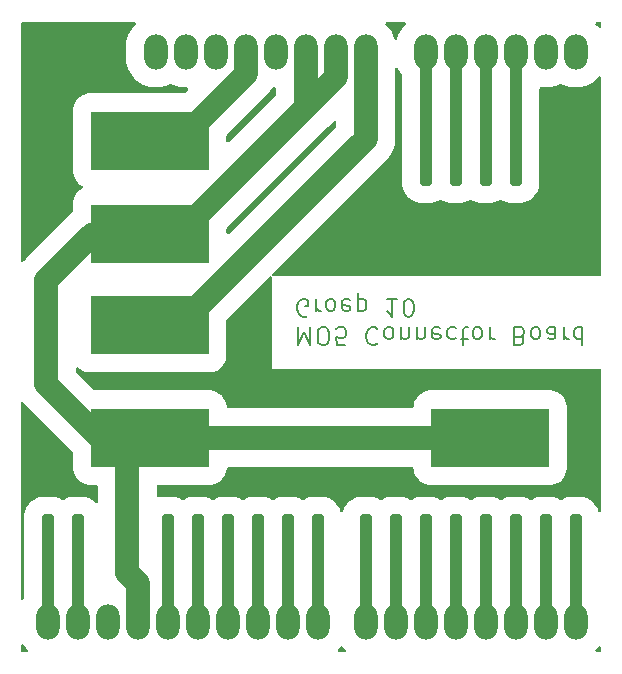
<source format=gbr>
%TF.GenerationSoftware,KiCad,Pcbnew,7.0.5*%
%TF.CreationDate,2024-01-16T15:46:26+01:00*%
%TF.ProjectId,mo5-connector-pcb,6d6f352d-636f-46e6-9e65-63746f722d70,rev?*%
%TF.SameCoordinates,Original*%
%TF.FileFunction,Copper,L2,Bot*%
%TF.FilePolarity,Positive*%
%FSLAX46Y46*%
G04 Gerber Fmt 4.6, Leading zero omitted, Abs format (unit mm)*
G04 Created by KiCad (PCBNEW 7.0.5) date 2024-01-16 15:46:26*
%MOMM*%
%LPD*%
G01*
G04 APERTURE LIST*
G04 Aperture macros list*
%AMRoundRect*
0 Rectangle with rounded corners*
0 $1 Rounding radius*
0 $2 $3 $4 $5 $6 $7 $8 $9 X,Y pos of 4 corners*
0 Add a 4 corners polygon primitive as box body*
4,1,4,$2,$3,$4,$5,$6,$7,$8,$9,$2,$3,0*
0 Add four circle primitives for the rounded corners*
1,1,$1+$1,$2,$3*
1,1,$1+$1,$4,$5*
1,1,$1+$1,$6,$7*
1,1,$1+$1,$8,$9*
0 Add four rect primitives between the rounded corners*
20,1,$1+$1,$2,$3,$4,$5,0*
20,1,$1+$1,$4,$5,$6,$7,0*
20,1,$1+$1,$6,$7,$8,$9,0*
20,1,$1+$1,$8,$9,$2,$3,0*%
G04 Aperture macros list end*
%ADD10C,0.187500*%
%TA.AperFunction,NonConductor*%
%ADD11C,0.187500*%
%TD*%
%TA.AperFunction,ComponentPad*%
%ADD12O,2.000000X3.000000*%
%TD*%
%TA.AperFunction,SMDPad,CuDef*%
%ADD13RoundRect,0.250000X-0.250000X-0.750000X0.250000X-0.750000X0.250000X0.750000X-0.250000X0.750000X0*%
%TD*%
%TA.AperFunction,SMDPad,CuDef*%
%ADD14RoundRect,0.250000X0.250000X0.750000X-0.250000X0.750000X-0.250000X-0.750000X0.250000X-0.750000X0*%
%TD*%
%TA.AperFunction,SMDPad,CuDef*%
%ADD15R,10.000000X5.000000*%
%TD*%
%TA.AperFunction,Conductor*%
%ADD16C,2.000000*%
%TD*%
%TA.AperFunction,Conductor*%
%ADD17C,1.000000*%
%TD*%
G04 APERTURE END LIST*
D10*
D11*
X148562497Y-77919321D02*
X148562497Y-79419321D01*
X148562497Y-79419321D02*
X149062497Y-78347892D01*
X149062497Y-78347892D02*
X149562497Y-79419321D01*
X149562497Y-79419321D02*
X149562497Y-77919321D01*
X150562498Y-79419321D02*
X150848212Y-79419321D01*
X150848212Y-79419321D02*
X150991069Y-79347892D01*
X150991069Y-79347892D02*
X151133926Y-79205035D01*
X151133926Y-79205035D02*
X151205355Y-78919321D01*
X151205355Y-78919321D02*
X151205355Y-78419321D01*
X151205355Y-78419321D02*
X151133926Y-78133607D01*
X151133926Y-78133607D02*
X150991069Y-77990750D01*
X150991069Y-77990750D02*
X150848212Y-77919321D01*
X150848212Y-77919321D02*
X150562498Y-77919321D01*
X150562498Y-77919321D02*
X150419641Y-77990750D01*
X150419641Y-77990750D02*
X150276783Y-78133607D01*
X150276783Y-78133607D02*
X150205355Y-78419321D01*
X150205355Y-78419321D02*
X150205355Y-78919321D01*
X150205355Y-78919321D02*
X150276783Y-79205035D01*
X150276783Y-79205035D02*
X150419641Y-79347892D01*
X150419641Y-79347892D02*
X150562498Y-79419321D01*
X152562498Y-79419321D02*
X151848212Y-79419321D01*
X151848212Y-79419321D02*
X151776784Y-78705035D01*
X151776784Y-78705035D02*
X151848212Y-78776464D01*
X151848212Y-78776464D02*
X151991070Y-78847892D01*
X151991070Y-78847892D02*
X152348212Y-78847892D01*
X152348212Y-78847892D02*
X152491070Y-78776464D01*
X152491070Y-78776464D02*
X152562498Y-78705035D01*
X152562498Y-78705035D02*
X152633927Y-78562178D01*
X152633927Y-78562178D02*
X152633927Y-78205035D01*
X152633927Y-78205035D02*
X152562498Y-78062178D01*
X152562498Y-78062178D02*
X152491070Y-77990750D01*
X152491070Y-77990750D02*
X152348212Y-77919321D01*
X152348212Y-77919321D02*
X151991070Y-77919321D01*
X151991070Y-77919321D02*
X151848212Y-77990750D01*
X151848212Y-77990750D02*
X151776784Y-78062178D01*
X155276783Y-78062178D02*
X155205355Y-77990750D01*
X155205355Y-77990750D02*
X154991069Y-77919321D01*
X154991069Y-77919321D02*
X154848212Y-77919321D01*
X154848212Y-77919321D02*
X154633926Y-77990750D01*
X154633926Y-77990750D02*
X154491069Y-78133607D01*
X154491069Y-78133607D02*
X154419640Y-78276464D01*
X154419640Y-78276464D02*
X154348212Y-78562178D01*
X154348212Y-78562178D02*
X154348212Y-78776464D01*
X154348212Y-78776464D02*
X154419640Y-79062178D01*
X154419640Y-79062178D02*
X154491069Y-79205035D01*
X154491069Y-79205035D02*
X154633926Y-79347892D01*
X154633926Y-79347892D02*
X154848212Y-79419321D01*
X154848212Y-79419321D02*
X154991069Y-79419321D01*
X154991069Y-79419321D02*
X155205355Y-79347892D01*
X155205355Y-79347892D02*
X155276783Y-79276464D01*
X156133926Y-77919321D02*
X155991069Y-77990750D01*
X155991069Y-77990750D02*
X155919640Y-78062178D01*
X155919640Y-78062178D02*
X155848212Y-78205035D01*
X155848212Y-78205035D02*
X155848212Y-78633607D01*
X155848212Y-78633607D02*
X155919640Y-78776464D01*
X155919640Y-78776464D02*
X155991069Y-78847892D01*
X155991069Y-78847892D02*
X156133926Y-78919321D01*
X156133926Y-78919321D02*
X156348212Y-78919321D01*
X156348212Y-78919321D02*
X156491069Y-78847892D01*
X156491069Y-78847892D02*
X156562498Y-78776464D01*
X156562498Y-78776464D02*
X156633926Y-78633607D01*
X156633926Y-78633607D02*
X156633926Y-78205035D01*
X156633926Y-78205035D02*
X156562498Y-78062178D01*
X156562498Y-78062178D02*
X156491069Y-77990750D01*
X156491069Y-77990750D02*
X156348212Y-77919321D01*
X156348212Y-77919321D02*
X156133926Y-77919321D01*
X157276783Y-78919321D02*
X157276783Y-77919321D01*
X157276783Y-78776464D02*
X157348212Y-78847892D01*
X157348212Y-78847892D02*
X157491069Y-78919321D01*
X157491069Y-78919321D02*
X157705355Y-78919321D01*
X157705355Y-78919321D02*
X157848212Y-78847892D01*
X157848212Y-78847892D02*
X157919641Y-78705035D01*
X157919641Y-78705035D02*
X157919641Y-77919321D01*
X158633926Y-78919321D02*
X158633926Y-77919321D01*
X158633926Y-78776464D02*
X158705355Y-78847892D01*
X158705355Y-78847892D02*
X158848212Y-78919321D01*
X158848212Y-78919321D02*
X159062498Y-78919321D01*
X159062498Y-78919321D02*
X159205355Y-78847892D01*
X159205355Y-78847892D02*
X159276784Y-78705035D01*
X159276784Y-78705035D02*
X159276784Y-77919321D01*
X160562498Y-77990750D02*
X160419641Y-77919321D01*
X160419641Y-77919321D02*
X160133927Y-77919321D01*
X160133927Y-77919321D02*
X159991069Y-77990750D01*
X159991069Y-77990750D02*
X159919641Y-78133607D01*
X159919641Y-78133607D02*
X159919641Y-78705035D01*
X159919641Y-78705035D02*
X159991069Y-78847892D01*
X159991069Y-78847892D02*
X160133927Y-78919321D01*
X160133927Y-78919321D02*
X160419641Y-78919321D01*
X160419641Y-78919321D02*
X160562498Y-78847892D01*
X160562498Y-78847892D02*
X160633927Y-78705035D01*
X160633927Y-78705035D02*
X160633927Y-78562178D01*
X160633927Y-78562178D02*
X159919641Y-78419321D01*
X161919641Y-77990750D02*
X161776783Y-77919321D01*
X161776783Y-77919321D02*
X161491069Y-77919321D01*
X161491069Y-77919321D02*
X161348212Y-77990750D01*
X161348212Y-77990750D02*
X161276783Y-78062178D01*
X161276783Y-78062178D02*
X161205355Y-78205035D01*
X161205355Y-78205035D02*
X161205355Y-78633607D01*
X161205355Y-78633607D02*
X161276783Y-78776464D01*
X161276783Y-78776464D02*
X161348212Y-78847892D01*
X161348212Y-78847892D02*
X161491069Y-78919321D01*
X161491069Y-78919321D02*
X161776783Y-78919321D01*
X161776783Y-78919321D02*
X161919641Y-78847892D01*
X162348212Y-78919321D02*
X162919640Y-78919321D01*
X162562497Y-79419321D02*
X162562497Y-78133607D01*
X162562497Y-78133607D02*
X162633926Y-77990750D01*
X162633926Y-77990750D02*
X162776783Y-77919321D01*
X162776783Y-77919321D02*
X162919640Y-77919321D01*
X163633926Y-77919321D02*
X163491069Y-77990750D01*
X163491069Y-77990750D02*
X163419640Y-78062178D01*
X163419640Y-78062178D02*
X163348212Y-78205035D01*
X163348212Y-78205035D02*
X163348212Y-78633607D01*
X163348212Y-78633607D02*
X163419640Y-78776464D01*
X163419640Y-78776464D02*
X163491069Y-78847892D01*
X163491069Y-78847892D02*
X163633926Y-78919321D01*
X163633926Y-78919321D02*
X163848212Y-78919321D01*
X163848212Y-78919321D02*
X163991069Y-78847892D01*
X163991069Y-78847892D02*
X164062498Y-78776464D01*
X164062498Y-78776464D02*
X164133926Y-78633607D01*
X164133926Y-78633607D02*
X164133926Y-78205035D01*
X164133926Y-78205035D02*
X164062498Y-78062178D01*
X164062498Y-78062178D02*
X163991069Y-77990750D01*
X163991069Y-77990750D02*
X163848212Y-77919321D01*
X163848212Y-77919321D02*
X163633926Y-77919321D01*
X164776783Y-77919321D02*
X164776783Y-78919321D01*
X164776783Y-78633607D02*
X164848212Y-78776464D01*
X164848212Y-78776464D02*
X164919641Y-78847892D01*
X164919641Y-78847892D02*
X165062498Y-78919321D01*
X165062498Y-78919321D02*
X165205355Y-78919321D01*
X167348211Y-78705035D02*
X167562497Y-78633607D01*
X167562497Y-78633607D02*
X167633926Y-78562178D01*
X167633926Y-78562178D02*
X167705354Y-78419321D01*
X167705354Y-78419321D02*
X167705354Y-78205035D01*
X167705354Y-78205035D02*
X167633926Y-78062178D01*
X167633926Y-78062178D02*
X167562497Y-77990750D01*
X167562497Y-77990750D02*
X167419640Y-77919321D01*
X167419640Y-77919321D02*
X166848211Y-77919321D01*
X166848211Y-77919321D02*
X166848211Y-79419321D01*
X166848211Y-79419321D02*
X167348211Y-79419321D01*
X167348211Y-79419321D02*
X167491069Y-79347892D01*
X167491069Y-79347892D02*
X167562497Y-79276464D01*
X167562497Y-79276464D02*
X167633926Y-79133607D01*
X167633926Y-79133607D02*
X167633926Y-78990750D01*
X167633926Y-78990750D02*
X167562497Y-78847892D01*
X167562497Y-78847892D02*
X167491069Y-78776464D01*
X167491069Y-78776464D02*
X167348211Y-78705035D01*
X167348211Y-78705035D02*
X166848211Y-78705035D01*
X168562497Y-77919321D02*
X168419640Y-77990750D01*
X168419640Y-77990750D02*
X168348211Y-78062178D01*
X168348211Y-78062178D02*
X168276783Y-78205035D01*
X168276783Y-78205035D02*
X168276783Y-78633607D01*
X168276783Y-78633607D02*
X168348211Y-78776464D01*
X168348211Y-78776464D02*
X168419640Y-78847892D01*
X168419640Y-78847892D02*
X168562497Y-78919321D01*
X168562497Y-78919321D02*
X168776783Y-78919321D01*
X168776783Y-78919321D02*
X168919640Y-78847892D01*
X168919640Y-78847892D02*
X168991069Y-78776464D01*
X168991069Y-78776464D02*
X169062497Y-78633607D01*
X169062497Y-78633607D02*
X169062497Y-78205035D01*
X169062497Y-78205035D02*
X168991069Y-78062178D01*
X168991069Y-78062178D02*
X168919640Y-77990750D01*
X168919640Y-77990750D02*
X168776783Y-77919321D01*
X168776783Y-77919321D02*
X168562497Y-77919321D01*
X170348212Y-77919321D02*
X170348212Y-78705035D01*
X170348212Y-78705035D02*
X170276783Y-78847892D01*
X170276783Y-78847892D02*
X170133926Y-78919321D01*
X170133926Y-78919321D02*
X169848212Y-78919321D01*
X169848212Y-78919321D02*
X169705354Y-78847892D01*
X170348212Y-77990750D02*
X170205354Y-77919321D01*
X170205354Y-77919321D02*
X169848212Y-77919321D01*
X169848212Y-77919321D02*
X169705354Y-77990750D01*
X169705354Y-77990750D02*
X169633926Y-78133607D01*
X169633926Y-78133607D02*
X169633926Y-78276464D01*
X169633926Y-78276464D02*
X169705354Y-78419321D01*
X169705354Y-78419321D02*
X169848212Y-78490750D01*
X169848212Y-78490750D02*
X170205354Y-78490750D01*
X170205354Y-78490750D02*
X170348212Y-78562178D01*
X171062497Y-77919321D02*
X171062497Y-78919321D01*
X171062497Y-78633607D02*
X171133926Y-78776464D01*
X171133926Y-78776464D02*
X171205355Y-78847892D01*
X171205355Y-78847892D02*
X171348212Y-78919321D01*
X171348212Y-78919321D02*
X171491069Y-78919321D01*
X172633926Y-77919321D02*
X172633926Y-79419321D01*
X172633926Y-77990750D02*
X172491068Y-77919321D01*
X172491068Y-77919321D02*
X172205354Y-77919321D01*
X172205354Y-77919321D02*
X172062497Y-77990750D01*
X172062497Y-77990750D02*
X171991068Y-78062178D01*
X171991068Y-78062178D02*
X171919640Y-78205035D01*
X171919640Y-78205035D02*
X171919640Y-78633607D01*
X171919640Y-78633607D02*
X171991068Y-78776464D01*
X171991068Y-78776464D02*
X172062497Y-78847892D01*
X172062497Y-78847892D02*
X172205354Y-78919321D01*
X172205354Y-78919321D02*
X172491068Y-78919321D01*
X172491068Y-78919321D02*
X172633926Y-78847892D01*
X149348212Y-76932892D02*
X149205355Y-77004321D01*
X149205355Y-77004321D02*
X148991069Y-77004321D01*
X148991069Y-77004321D02*
X148776783Y-76932892D01*
X148776783Y-76932892D02*
X148633926Y-76790035D01*
X148633926Y-76790035D02*
X148562497Y-76647178D01*
X148562497Y-76647178D02*
X148491069Y-76361464D01*
X148491069Y-76361464D02*
X148491069Y-76147178D01*
X148491069Y-76147178D02*
X148562497Y-75861464D01*
X148562497Y-75861464D02*
X148633926Y-75718607D01*
X148633926Y-75718607D02*
X148776783Y-75575750D01*
X148776783Y-75575750D02*
X148991069Y-75504321D01*
X148991069Y-75504321D02*
X149133926Y-75504321D01*
X149133926Y-75504321D02*
X149348212Y-75575750D01*
X149348212Y-75575750D02*
X149419640Y-75647178D01*
X149419640Y-75647178D02*
X149419640Y-76147178D01*
X149419640Y-76147178D02*
X149133926Y-76147178D01*
X150062497Y-75504321D02*
X150062497Y-76504321D01*
X150062497Y-76218607D02*
X150133926Y-76361464D01*
X150133926Y-76361464D02*
X150205355Y-76432892D01*
X150205355Y-76432892D02*
X150348212Y-76504321D01*
X150348212Y-76504321D02*
X150491069Y-76504321D01*
X151205354Y-75504321D02*
X151062497Y-75575750D01*
X151062497Y-75575750D02*
X150991068Y-75647178D01*
X150991068Y-75647178D02*
X150919640Y-75790035D01*
X150919640Y-75790035D02*
X150919640Y-76218607D01*
X150919640Y-76218607D02*
X150991068Y-76361464D01*
X150991068Y-76361464D02*
X151062497Y-76432892D01*
X151062497Y-76432892D02*
X151205354Y-76504321D01*
X151205354Y-76504321D02*
X151419640Y-76504321D01*
X151419640Y-76504321D02*
X151562497Y-76432892D01*
X151562497Y-76432892D02*
X151633926Y-76361464D01*
X151633926Y-76361464D02*
X151705354Y-76218607D01*
X151705354Y-76218607D02*
X151705354Y-75790035D01*
X151705354Y-75790035D02*
X151633926Y-75647178D01*
X151633926Y-75647178D02*
X151562497Y-75575750D01*
X151562497Y-75575750D02*
X151419640Y-75504321D01*
X151419640Y-75504321D02*
X151205354Y-75504321D01*
X152919640Y-75575750D02*
X152776783Y-75504321D01*
X152776783Y-75504321D02*
X152491069Y-75504321D01*
X152491069Y-75504321D02*
X152348211Y-75575750D01*
X152348211Y-75575750D02*
X152276783Y-75718607D01*
X152276783Y-75718607D02*
X152276783Y-76290035D01*
X152276783Y-76290035D02*
X152348211Y-76432892D01*
X152348211Y-76432892D02*
X152491069Y-76504321D01*
X152491069Y-76504321D02*
X152776783Y-76504321D01*
X152776783Y-76504321D02*
X152919640Y-76432892D01*
X152919640Y-76432892D02*
X152991069Y-76290035D01*
X152991069Y-76290035D02*
X152991069Y-76147178D01*
X152991069Y-76147178D02*
X152276783Y-76004321D01*
X153633925Y-76504321D02*
X153633925Y-75004321D01*
X153633925Y-76432892D02*
X153776783Y-76504321D01*
X153776783Y-76504321D02*
X154062497Y-76504321D01*
X154062497Y-76504321D02*
X154205354Y-76432892D01*
X154205354Y-76432892D02*
X154276783Y-76361464D01*
X154276783Y-76361464D02*
X154348211Y-76218607D01*
X154348211Y-76218607D02*
X154348211Y-75790035D01*
X154348211Y-75790035D02*
X154276783Y-75647178D01*
X154276783Y-75647178D02*
X154205354Y-75575750D01*
X154205354Y-75575750D02*
X154062497Y-75504321D01*
X154062497Y-75504321D02*
X153776783Y-75504321D01*
X153776783Y-75504321D02*
X153633925Y-75575750D01*
X156919640Y-75504321D02*
X156062497Y-75504321D01*
X156491068Y-75504321D02*
X156491068Y-77004321D01*
X156491068Y-77004321D02*
X156348211Y-76790035D01*
X156348211Y-76790035D02*
X156205354Y-76647178D01*
X156205354Y-76647178D02*
X156062497Y-76575750D01*
X157848211Y-77004321D02*
X157991068Y-77004321D01*
X157991068Y-77004321D02*
X158133925Y-76932892D01*
X158133925Y-76932892D02*
X158205354Y-76861464D01*
X158205354Y-76861464D02*
X158276782Y-76718607D01*
X158276782Y-76718607D02*
X158348211Y-76432892D01*
X158348211Y-76432892D02*
X158348211Y-76075750D01*
X158348211Y-76075750D02*
X158276782Y-75790035D01*
X158276782Y-75790035D02*
X158205354Y-75647178D01*
X158205354Y-75647178D02*
X158133925Y-75575750D01*
X158133925Y-75575750D02*
X157991068Y-75504321D01*
X157991068Y-75504321D02*
X157848211Y-75504321D01*
X157848211Y-75504321D02*
X157705354Y-75575750D01*
X157705354Y-75575750D02*
X157633925Y-75647178D01*
X157633925Y-75647178D02*
X157562496Y-75790035D01*
X157562496Y-75790035D02*
X157491068Y-76075750D01*
X157491068Y-76075750D02*
X157491068Y-76432892D01*
X157491068Y-76432892D02*
X157562496Y-76718607D01*
X157562496Y-76718607D02*
X157633925Y-76861464D01*
X157633925Y-76861464D02*
X157705354Y-76932892D01*
X157705354Y-76932892D02*
X157848211Y-77004321D01*
D12*
%TO.P,A1,1,NC*%
%TO.N,unconnected-(A1-NC-Pad1)*%
X136506976Y-54610000D03*
%TO.P,A1,2,IOREF*%
%TO.N,unconnected-(A1-IOREF-Pad2)*%
X139046976Y-54610000D03*
%TO.P,A1,3,~{RESET}*%
%TO.N,unconnected-(A1-~{RESET}-Pad3)*%
X141586976Y-54610000D03*
%TO.P,A1,4,3V3*%
%TO.N,Net-(A1-3V3)*%
X144126976Y-54610000D03*
%TO.P,A1,5,+5V*%
%TO.N,unconnected-(A1-+5V-Pad5)*%
X146666976Y-54610000D03*
%TO.P,A1,6,GND*%
%TO.N,Net-(A1-GND-Pad29)*%
X149206976Y-54610000D03*
%TO.P,A1,7,GND*%
X151746976Y-54610000D03*
%TO.P,A1,8,VIN*%
%TO.N,Net-(A1-VIN)*%
X154286976Y-54610000D03*
%TO.P,A1,9,A0*%
%TO.N,Net-(A1-A0)*%
X159366976Y-54610000D03*
%TO.P,A1,10,A1*%
%TO.N,Net-(A1-A1)*%
X161906976Y-54610000D03*
%TO.P,A1,11,A2*%
%TO.N,Net-(A1-A2)*%
X164446976Y-54610000D03*
%TO.P,A1,12,A3*%
%TO.N,Net-(A1-A3)*%
X166986976Y-54610000D03*
%TO.P,A1,13,SDA/A4*%
%TO.N,unconnected-(A1-SDA{slash}A4-Pad13)*%
X169526976Y-54610000D03*
%TO.P,A1,14,SCL/A5*%
%TO.N,unconnected-(A1-SCL{slash}A5-Pad14)*%
X172066976Y-54610000D03*
%TO.P,A1,15,D0/RX*%
%TO.N,Net-(A1-D0{slash}RX)*%
X172066976Y-102870000D03*
%TO.P,A1,16,D1/TX*%
%TO.N,Net-(A1-D1{slash}TX)*%
X169526976Y-102870000D03*
%TO.P,A1,17,D2*%
%TO.N,Net-(A1-D2)*%
X166986976Y-102870000D03*
%TO.P,A1,18,D3*%
%TO.N,Net-(A1-D3)*%
X164446976Y-102870000D03*
%TO.P,A1,19,D4*%
%TO.N,Net-(A1-D4)*%
X161906976Y-102870000D03*
%TO.P,A1,20,D5*%
%TO.N,Net-(A1-D5)*%
X159366976Y-102870000D03*
%TO.P,A1,21,D6*%
%TO.N,Net-(A1-D6)*%
X156826976Y-102870000D03*
%TO.P,A1,22,D7*%
%TO.N,Net-(A1-D7)*%
X154286976Y-102870000D03*
%TO.P,A1,23,D8*%
%TO.N,Net-(A1-D8)*%
X150226976Y-102870000D03*
%TO.P,A1,24,D9*%
%TO.N,Net-(A1-D9)*%
X147686976Y-102870000D03*
%TO.P,A1,25,D10*%
%TO.N,Net-(A1-D10)*%
X145146976Y-102870000D03*
%TO.P,A1,26,D11*%
%TO.N,Net-(A1-D11)*%
X142606976Y-102870000D03*
%TO.P,A1,27,D12*%
%TO.N,Net-(A1-D12)*%
X140066976Y-102870000D03*
%TO.P,A1,28,D13*%
%TO.N,Net-(A1-D13)*%
X137526976Y-102870000D03*
%TO.P,A1,29,GND*%
%TO.N,Net-(A1-GND-Pad29)*%
X134986976Y-102870000D03*
%TO.P,A1,30,AREF*%
%TO.N,unconnected-(A1-AREF-Pad30)*%
X132446976Y-102870000D03*
%TO.P,A1,31,SDA/A4*%
%TO.N,Net-(A1-SDA{slash}A4-Pad31)*%
X129906976Y-102870000D03*
%TO.P,A1,32,SCL/A5*%
%TO.N,Net-(A1-SCL{slash}A5-Pad32)*%
X127366976Y-102870000D03*
%TD*%
D13*
%TO.P,H16,1,1*%
%TO.N,Net-(A1-D8)*%
X150222976Y-94742000D03*
%TD*%
D14*
%TO.P,H9,1,1*%
%TO.N,Net-(A1-D4)*%
X161906976Y-94742000D03*
%TD*%
D13*
%TO.P,H12,1,1*%
%TO.N,Net-(A1-D7)*%
X154286976Y-94742000D03*
%TD*%
D14*
%TO.P,H4,1,1*%
%TO.N,Net-(A1-A0)*%
X159366976Y-64897000D03*
%TD*%
%TO.P,H8,1,1*%
%TO.N,Net-(A1-D3)*%
X164446976Y-94742000D03*
%TD*%
%TO.P,H10,1,1*%
%TO.N,Net-(A1-D5)*%
X159366976Y-94742000D03*
%TD*%
D15*
%TO.P,H21,1,1*%
%TO.N,Net-(A1-3V3)*%
X135998976Y-62103000D03*
%TD*%
D14*
%TO.P,H1,1,1*%
%TO.N,Net-(A1-A3)*%
X166986976Y-64897000D03*
%TD*%
%TO.P,H3,1,1*%
%TO.N,Net-(A1-A1)*%
X161906976Y-64897000D03*
%TD*%
D13*
%TO.P,H15,1,1*%
%TO.N,Net-(A1-D9)*%
X147682976Y-94742000D03*
%TD*%
D15*
%TO.P,H25,1,1*%
%TO.N,Net-(A1-GND-Pad29)*%
X136017000Y-87249000D03*
%TD*%
%TO.P,H24,1,1*%
%TO.N,Net-(A1-GND-Pad29)*%
X164827976Y-87249000D03*
%TD*%
D13*
%TO.P,H11,1,1*%
%TO.N,Net-(A1-D6)*%
X156826976Y-94742000D03*
%TD*%
D14*
%TO.P,H7,1,1*%
%TO.N,Net-(A1-D2)*%
X166986976Y-94742000D03*
%TD*%
D13*
%TO.P,H19,1,1*%
%TO.N,Net-(A1-SCL{slash}A5-Pad32)*%
X127362976Y-94742000D03*
%TD*%
D14*
%TO.P,H6,1,1*%
%TO.N,Net-(A1-D1{slash}TX)*%
X169526976Y-94742000D03*
%TD*%
D13*
%TO.P,H17,1,1*%
%TO.N,Net-(A1-D13)*%
X137522976Y-94742000D03*
%TD*%
%TO.P,H13,1,1*%
%TO.N,Net-(A1-D11)*%
X142602976Y-94742000D03*
%TD*%
%TO.P,H5,1,1*%
%TO.N,Net-(A1-D0{slash}RX)*%
X172066976Y-94742000D03*
%TD*%
%TO.P,H20,1,1*%
%TO.N,Net-(A1-SDA{slash}A4-Pad31)*%
X129902976Y-94742000D03*
%TD*%
%TO.P,H18,1,1*%
%TO.N,Net-(A1-D12)*%
X140062976Y-94742000D03*
%TD*%
D15*
%TO.P,H22,1,1*%
%TO.N,Net-(A1-VIN)*%
X135998976Y-77724000D03*
%TD*%
%TO.P,H23,1,1*%
%TO.N,Net-(A1-GND-Pad29)*%
X135998976Y-69977000D03*
%TD*%
D14*
%TO.P,H2,1,1*%
%TO.N,Net-(A1-A2)*%
X164446976Y-64897000D03*
%TD*%
D13*
%TO.P,H14,1,1*%
%TO.N,Net-(A1-D10)*%
X145142976Y-94742000D03*
%TD*%
D16*
%TO.N,Net-(A1-3V3)*%
X135998976Y-62103000D02*
X138498976Y-62103000D01*
X144126976Y-56475000D02*
X144126976Y-54610000D01*
X138498976Y-62103000D02*
X144126976Y-56475000D01*
%TO.N,Net-(A1-GND-Pad29)*%
X131172976Y-69977000D02*
X135998976Y-69977000D01*
X135744976Y-87249000D02*
X131807976Y-87249000D01*
X127235976Y-73914000D02*
X131172976Y-69977000D01*
X151746976Y-54610000D02*
X151746976Y-56729000D01*
X127235976Y-82677000D02*
X127235976Y-73914000D01*
X134986976Y-102870000D02*
X134986976Y-99553976D01*
X138498976Y-69977000D02*
X149206976Y-59269000D01*
X149206976Y-59269000D02*
X149206976Y-54610000D01*
X135744976Y-87249000D02*
X164827976Y-87249000D01*
X134112000Y-98679000D02*
X134112000Y-88881976D01*
X134986976Y-99553976D02*
X134112000Y-98679000D01*
X135998976Y-69977000D02*
X138498976Y-69977000D01*
X131807976Y-87249000D02*
X127235976Y-82677000D01*
X151746976Y-56729000D02*
X149206976Y-59269000D01*
X134112000Y-88881976D02*
X135744976Y-87249000D01*
%TO.N,Net-(A1-VIN)*%
X154286976Y-61936000D02*
X154286976Y-54610000D01*
X135998976Y-77724000D02*
X138498976Y-77724000D01*
X138498976Y-77724000D02*
X154286976Y-61936000D01*
D17*
%TO.N,Net-(A1-A0)*%
X159366976Y-54610000D02*
X159366976Y-64897000D01*
%TO.N,Net-(A1-A1)*%
X161906976Y-54610000D02*
X161906976Y-64897000D01*
%TO.N,Net-(A1-A2)*%
X164446976Y-64897000D02*
X164446976Y-54610000D01*
%TO.N,Net-(A1-A3)*%
X166986976Y-64897000D02*
X166986976Y-54610000D01*
%TO.N,Net-(A1-D0{slash}RX)*%
X172066976Y-94742000D02*
X172066976Y-102870000D01*
%TO.N,Net-(A1-D1{slash}TX)*%
X169526976Y-94742000D02*
X169526976Y-102870000D01*
%TO.N,Net-(A1-D2)*%
X166986976Y-94742000D02*
X166986976Y-102870000D01*
%TO.N,Net-(A1-D3)*%
X164446976Y-94742000D02*
X164446976Y-102870000D01*
%TO.N,Net-(A1-D4)*%
X161906976Y-94742000D02*
X161906976Y-102870000D01*
%TO.N,Net-(A1-D5)*%
X159366976Y-94742000D02*
X159366976Y-102870000D01*
%TO.N,Net-(A1-D6)*%
X156826976Y-94742000D02*
X156826976Y-102870000D01*
%TO.N,Net-(A1-D7)*%
X154286976Y-94742000D02*
X154286976Y-102870000D01*
%TO.N,Net-(A1-D8)*%
X150222976Y-94742000D02*
X150222976Y-102866000D01*
X150222976Y-102866000D02*
X150226976Y-102870000D01*
%TO.N,Net-(A1-D9)*%
X147682976Y-102866000D02*
X147686976Y-102870000D01*
X147682976Y-94742000D02*
X147682976Y-102866000D01*
%TO.N,Net-(A1-D10)*%
X145142976Y-94742000D02*
X145142976Y-102866000D01*
X145142976Y-102866000D02*
X145146976Y-102870000D01*
%TO.N,Net-(A1-D11)*%
X142602976Y-102866000D02*
X142606976Y-102870000D01*
X142602976Y-94742000D02*
X142602976Y-102866000D01*
%TO.N,Net-(A1-D12)*%
X140062976Y-94742000D02*
X140062976Y-102866000D01*
X140062976Y-102866000D02*
X140066976Y-102870000D01*
%TO.N,Net-(A1-D13)*%
X137522976Y-94742000D02*
X137522976Y-102866000D01*
X137522976Y-102866000D02*
X137526976Y-102870000D01*
%TO.N,Net-(A1-SDA{slash}A4-Pad31)*%
X129902976Y-94742000D02*
X129902976Y-102866000D01*
X129902976Y-102866000D02*
X129906976Y-102870000D01*
%TO.N,Net-(A1-SCL{slash}A5-Pad32)*%
X127362976Y-94742000D02*
X127362976Y-102866000D01*
X127362976Y-102866000D02*
X127366976Y-102870000D01*
%TD*%
%TA.AperFunction,NonConductor*%
G36*
X174169015Y-52090185D02*
G01*
X174214770Y-52142989D01*
X174225976Y-52194500D01*
X174225976Y-52452539D01*
X174206291Y-52519578D01*
X174153487Y-52565333D01*
X174084329Y-52575277D01*
X174020773Y-52546252D01*
X174006438Y-52531586D01*
X173893366Y-52394906D01*
X173776212Y-52284891D01*
X173740818Y-52224651D01*
X173743611Y-52154837D01*
X173783705Y-52097616D01*
X173848370Y-52071155D01*
X173861097Y-52070500D01*
X174101976Y-52070500D01*
X174169015Y-52090185D01*
G37*
%TD.AperFunction*%
%TA.AperFunction,NonConductor*%
G36*
X157639894Y-52090185D02*
G01*
X157685649Y-52142989D01*
X157695593Y-52212147D01*
X157666568Y-52275703D01*
X157657739Y-52284892D01*
X157540584Y-52394907D01*
X157540582Y-52394909D01*
X157340030Y-52637334D01*
X157340027Y-52637338D01*
X157171440Y-52902990D01*
X157171437Y-52902996D01*
X157037475Y-53187678D01*
X157037473Y-53187683D01*
X156944907Y-53472573D01*
X156905470Y-53530249D01*
X156841111Y-53557447D01*
X156772265Y-53545532D01*
X156720789Y-53498288D01*
X156709045Y-53472573D01*
X156616478Y-53187683D01*
X156616476Y-53187678D01*
X156482514Y-52902996D01*
X156482513Y-52902993D01*
X156313923Y-52637337D01*
X156313921Y-52637334D01*
X156113369Y-52394909D01*
X156113367Y-52394907D01*
X155996213Y-52284892D01*
X155960818Y-52224651D01*
X155963611Y-52154837D01*
X156003705Y-52097616D01*
X156068370Y-52071155D01*
X156081097Y-52070500D01*
X157572855Y-52070500D01*
X157639894Y-52090185D01*
G37*
%TD.AperFunction*%
%TA.AperFunction,NonConductor*%
G36*
X146454147Y-57603487D02*
G01*
X146509658Y-57610500D01*
X146582476Y-57610500D01*
X146649515Y-57630185D01*
X146695270Y-57682989D01*
X146706476Y-57734500D01*
X146706476Y-58181896D01*
X146686791Y-58248935D01*
X146670157Y-58269577D01*
X142711157Y-62228578D01*
X142649834Y-62262063D01*
X142580142Y-62257079D01*
X142524209Y-62215207D01*
X142499792Y-62149743D01*
X142499476Y-62140897D01*
X142499476Y-61690102D01*
X142519161Y-61623063D01*
X142535790Y-61602426D01*
X145866657Y-58271558D01*
X145868000Y-58270257D01*
X145953366Y-58190094D01*
X146027982Y-58099896D01*
X146029217Y-58098450D01*
X146106665Y-58010605D01*
X146127182Y-57980413D01*
X146130662Y-57975779D01*
X146153923Y-57947663D01*
X146216694Y-57848749D01*
X146217688Y-57847237D01*
X146283517Y-57750375D01*
X146300078Y-57717869D01*
X146302961Y-57712813D01*
X146322513Y-57682007D01*
X146326412Y-57673720D01*
X146372762Y-57621440D01*
X146440020Y-57602518D01*
X146454147Y-57603487D01*
G37*
%TD.AperFunction*%
%TA.AperFunction,NonConductor*%
G36*
X151705810Y-60408920D02*
G01*
X151761743Y-60450792D01*
X151786160Y-60516256D01*
X151786476Y-60525102D01*
X151786476Y-60848897D01*
X151766791Y-60915936D01*
X151750157Y-60936578D01*
X142711157Y-69975578D01*
X142649834Y-70009063D01*
X142580142Y-70004079D01*
X142524209Y-69962207D01*
X142499792Y-69896743D01*
X142499476Y-69887897D01*
X142499476Y-69564102D01*
X142519161Y-69497063D01*
X142535790Y-69476426D01*
X150946657Y-61065558D01*
X150948000Y-61064257D01*
X151033366Y-60984094D01*
X151056615Y-60955989D01*
X151060537Y-60951678D01*
X151574796Y-60437420D01*
X151636118Y-60403936D01*
X151705810Y-60408920D01*
G37*
%TD.AperFunction*%
%TA.AperFunction,NonConductor*%
G36*
X134779894Y-52090185D02*
G01*
X134825649Y-52142989D01*
X134835593Y-52212147D01*
X134806568Y-52275703D01*
X134797739Y-52284892D01*
X134680584Y-52394907D01*
X134680582Y-52394909D01*
X134480030Y-52637334D01*
X134480027Y-52637338D01*
X134311440Y-52902990D01*
X134311437Y-52902996D01*
X134177475Y-53187678D01*
X134177473Y-53187683D01*
X134080246Y-53486916D01*
X134021287Y-53795988D01*
X134021286Y-53795995D01*
X134006476Y-54031405D01*
X134006476Y-55188594D01*
X134021286Y-55424004D01*
X134021287Y-55424011D01*
X134080246Y-55733083D01*
X134177473Y-56032316D01*
X134177475Y-56032321D01*
X134311437Y-56317003D01*
X134311440Y-56317009D01*
X134480027Y-56582661D01*
X134480030Y-56582665D01*
X134680582Y-56825090D01*
X134680584Y-56825092D01*
X134909944Y-57040476D01*
X134909954Y-57040484D01*
X135164480Y-57225408D01*
X135164485Y-57225410D01*
X135164492Y-57225416D01*
X135440210Y-57376994D01*
X135440215Y-57376996D01*
X135440217Y-57376997D01*
X135440218Y-57376998D01*
X135732747Y-57492818D01*
X135732750Y-57492819D01*
X136037499Y-57571065D01*
X136037503Y-57571066D01*
X136102986Y-57579338D01*
X136349646Y-57610499D01*
X136349655Y-57610499D01*
X136349658Y-57610500D01*
X136349660Y-57610500D01*
X136664292Y-57610500D01*
X136664294Y-57610500D01*
X136664297Y-57610499D01*
X136664305Y-57610499D01*
X136850569Y-57586968D01*
X136976449Y-57571066D01*
X137281201Y-57492819D01*
X137281204Y-57492818D01*
X137573733Y-57376998D01*
X137573735Y-57376996D01*
X137573742Y-57376994D01*
X137717239Y-57298104D01*
X137785468Y-57283058D01*
X137836711Y-57298104D01*
X137980210Y-57376994D01*
X137980212Y-57376995D01*
X137980218Y-57376998D01*
X138272747Y-57492818D01*
X138272750Y-57492819D01*
X138577499Y-57571065D01*
X138577503Y-57571066D01*
X138642986Y-57579338D01*
X138889646Y-57610499D01*
X138889655Y-57610499D01*
X138889658Y-57610500D01*
X138889660Y-57610500D01*
X139155872Y-57610500D01*
X139222911Y-57630185D01*
X139268666Y-57682989D01*
X139278610Y-57752147D01*
X139249585Y-57815703D01*
X139243553Y-57822181D01*
X138999554Y-58066181D01*
X138938231Y-58099666D01*
X138911873Y-58102500D01*
X130916125Y-58102500D01*
X130812740Y-58108918D01*
X130812737Y-58108919D01*
X130569360Y-58159950D01*
X130569350Y-58159953D01*
X130337706Y-58250342D01*
X130124073Y-58377639D01*
X129934326Y-58538348D01*
X129934324Y-58538350D01*
X129773615Y-58728097D01*
X129646318Y-58941730D01*
X129555929Y-59173374D01*
X129555926Y-59173384D01*
X129504895Y-59416761D01*
X129504894Y-59416764D01*
X129498476Y-59520149D01*
X129498476Y-64685850D01*
X129504894Y-64789235D01*
X129504895Y-64789238D01*
X129555926Y-65032615D01*
X129555929Y-65032625D01*
X129646318Y-65264269D01*
X129773615Y-65477902D01*
X129934324Y-65667649D01*
X129934326Y-65667651D01*
X130124073Y-65828360D01*
X130124079Y-65828363D01*
X130124082Y-65828366D01*
X130300482Y-65933477D01*
X130347996Y-65984704D01*
X130360272Y-66053487D01*
X130333413Y-66117988D01*
X130300482Y-66146523D01*
X130124073Y-66251639D01*
X129934326Y-66412348D01*
X129934324Y-66412350D01*
X129773615Y-66602097D01*
X129646318Y-66815730D01*
X129555929Y-67047374D01*
X129555926Y-67047384D01*
X129504895Y-67290761D01*
X129504894Y-67290764D01*
X129498476Y-67394149D01*
X129498476Y-68058830D01*
X129478791Y-68125869D01*
X129459361Y-68149221D01*
X129457882Y-68150609D01*
X129377741Y-68235950D01*
X129376386Y-68237348D01*
X125496324Y-72117410D01*
X125494926Y-72118765D01*
X125409593Y-72198899D01*
X125409581Y-72198911D01*
X125334972Y-72289097D01*
X125333707Y-72290578D01*
X125294488Y-72335062D01*
X125235388Y-72372331D01*
X125165521Y-72371732D01*
X125107069Y-72333455D01*
X125078590Y-72269653D01*
X125077476Y-72253073D01*
X125077476Y-52194499D01*
X125097161Y-52127461D01*
X125149965Y-52081706D01*
X125201476Y-52070500D01*
X134712855Y-52070500D01*
X134779894Y-52090185D01*
G37*
%TD.AperFunction*%
%TA.AperFunction,NonConductor*%
G36*
X156992679Y-55952095D02*
G01*
X157029407Y-56007491D01*
X157037471Y-56032312D01*
X157037475Y-56032321D01*
X157171436Y-56317002D01*
X157171437Y-56317003D01*
X157171439Y-56317007D01*
X157340029Y-56582663D01*
X157340031Y-56582665D01*
X157340041Y-56582681D01*
X157342324Y-56585823D01*
X157340853Y-56586891D01*
X157365573Y-56644333D01*
X157366476Y-56659274D01*
X157366476Y-65734389D01*
X157372606Y-65843541D01*
X157372607Y-65843554D01*
X157421379Y-66101322D01*
X157421380Y-66101327D01*
X157421381Y-66101332D01*
X157421382Y-66101333D01*
X157508035Y-66348974D01*
X157630630Y-66580933D01*
X157786426Y-66792031D01*
X157971945Y-66977550D01*
X158183043Y-67133346D01*
X158415002Y-67255941D01*
X158662643Y-67342594D01*
X158662647Y-67342594D01*
X158662648Y-67342595D01*
X158662653Y-67342596D01*
X158920421Y-67391368D01*
X158920423Y-67391368D01*
X158920433Y-67391370D01*
X159029584Y-67397500D01*
X159029601Y-67397500D01*
X159704351Y-67397500D01*
X159704368Y-67397500D01*
X159813519Y-67391370D01*
X160071309Y-67342594D01*
X160318950Y-67255941D01*
X160550909Y-67133346D01*
X160563345Y-67124167D01*
X160628970Y-67100198D01*
X160697141Y-67115513D01*
X160710591Y-67124156D01*
X160723043Y-67133346D01*
X160723048Y-67133348D01*
X160723050Y-67133350D01*
X160828966Y-67189328D01*
X160955002Y-67255941D01*
X161202643Y-67342594D01*
X161202647Y-67342594D01*
X161202648Y-67342595D01*
X161202653Y-67342596D01*
X161460421Y-67391368D01*
X161460423Y-67391368D01*
X161460433Y-67391370D01*
X161569584Y-67397500D01*
X161569601Y-67397500D01*
X162244351Y-67397500D01*
X162244368Y-67397500D01*
X162353519Y-67391370D01*
X162611309Y-67342594D01*
X162858950Y-67255941D01*
X163090909Y-67133346D01*
X163103345Y-67124167D01*
X163168970Y-67100198D01*
X163237141Y-67115513D01*
X163250591Y-67124156D01*
X163263043Y-67133346D01*
X163263048Y-67133348D01*
X163263050Y-67133350D01*
X163368966Y-67189328D01*
X163495002Y-67255941D01*
X163742643Y-67342594D01*
X163742647Y-67342594D01*
X163742648Y-67342595D01*
X163742653Y-67342596D01*
X164000421Y-67391368D01*
X164000423Y-67391368D01*
X164000433Y-67391370D01*
X164109584Y-67397500D01*
X164109601Y-67397500D01*
X164784351Y-67397500D01*
X164784368Y-67397500D01*
X164893519Y-67391370D01*
X165151309Y-67342594D01*
X165398950Y-67255941D01*
X165630909Y-67133346D01*
X165643345Y-67124167D01*
X165708970Y-67100198D01*
X165777141Y-67115513D01*
X165790591Y-67124156D01*
X165803043Y-67133346D01*
X165803048Y-67133348D01*
X165803050Y-67133350D01*
X165908966Y-67189328D01*
X166035002Y-67255941D01*
X166282643Y-67342594D01*
X166282647Y-67342594D01*
X166282648Y-67342595D01*
X166282653Y-67342596D01*
X166540421Y-67391368D01*
X166540423Y-67391368D01*
X166540433Y-67391370D01*
X166649584Y-67397500D01*
X166649601Y-67397500D01*
X167324351Y-67397500D01*
X167324368Y-67397500D01*
X167433519Y-67391370D01*
X167691309Y-67342594D01*
X167938950Y-67255941D01*
X168170909Y-67133346D01*
X168382007Y-66977550D01*
X168567526Y-66792031D01*
X168723322Y-66580933D01*
X168845917Y-66348974D01*
X168932570Y-66101333D01*
X168981346Y-65843543D01*
X168987476Y-65734392D01*
X168987476Y-64059608D01*
X168987475Y-57702869D01*
X169007161Y-57635831D01*
X169059965Y-57590076D01*
X169127017Y-57579848D01*
X169369646Y-57610499D01*
X169369655Y-57610499D01*
X169369658Y-57610500D01*
X169369660Y-57610500D01*
X169684292Y-57610500D01*
X169684294Y-57610500D01*
X169684297Y-57610499D01*
X169684305Y-57610499D01*
X169870569Y-57586968D01*
X169996449Y-57571066D01*
X170301201Y-57492819D01*
X170301204Y-57492818D01*
X170593733Y-57376998D01*
X170593735Y-57376996D01*
X170593742Y-57376994D01*
X170737239Y-57298104D01*
X170805468Y-57283058D01*
X170856711Y-57298104D01*
X171000210Y-57376994D01*
X171000212Y-57376995D01*
X171000218Y-57376998D01*
X171292747Y-57492818D01*
X171292750Y-57492819D01*
X171597499Y-57571065D01*
X171597503Y-57571066D01*
X171662986Y-57579338D01*
X171909646Y-57610499D01*
X171909655Y-57610499D01*
X171909658Y-57610500D01*
X171909660Y-57610500D01*
X172224292Y-57610500D01*
X172224294Y-57610500D01*
X172224297Y-57610499D01*
X172224305Y-57610499D01*
X172410569Y-57586968D01*
X172536449Y-57571066D01*
X172841201Y-57492819D01*
X172841204Y-57492818D01*
X173133733Y-57376998D01*
X173133734Y-57376997D01*
X173133732Y-57376997D01*
X173133742Y-57376994D01*
X173409460Y-57225416D01*
X173664006Y-57040478D01*
X173893366Y-56825094D01*
X174006434Y-56688418D01*
X174064332Y-56649313D01*
X174134184Y-56647717D01*
X174193809Y-56684138D01*
X174224279Y-56747014D01*
X174225976Y-56767461D01*
X174225976Y-73472214D01*
X174206291Y-73539253D01*
X174153487Y-73585008D01*
X174101976Y-73596214D01*
X146462365Y-73596214D01*
X146395326Y-73576529D01*
X146349571Y-73523725D01*
X146339627Y-73454567D01*
X146368652Y-73391011D01*
X146374684Y-73384533D01*
X153612693Y-66146523D01*
X156026657Y-63732558D01*
X156028000Y-63731257D01*
X156113366Y-63651094D01*
X156187982Y-63560896D01*
X156189217Y-63559450D01*
X156266665Y-63471605D01*
X156287182Y-63441413D01*
X156290662Y-63436779D01*
X156313923Y-63408663D01*
X156376691Y-63309754D01*
X156377685Y-63308242D01*
X156443518Y-63211374D01*
X156460087Y-63178852D01*
X156462965Y-63173808D01*
X156482513Y-63143007D01*
X156532360Y-63037074D01*
X156533172Y-63035415D01*
X156586359Y-62931032D01*
X156598717Y-62896701D01*
X156600942Y-62891330D01*
X156616479Y-62858315D01*
X156652667Y-62746935D01*
X156653256Y-62745212D01*
X156692938Y-62634996D01*
X156700897Y-62599383D01*
X156702429Y-62593786D01*
X156713707Y-62559079D01*
X156735641Y-62444094D01*
X156736036Y-62442186D01*
X156761571Y-62327951D01*
X156761574Y-62327938D01*
X156765007Y-62291612D01*
X156765825Y-62285857D01*
X156772664Y-62250015D01*
X156772664Y-62250014D01*
X156772665Y-62250010D01*
X156778972Y-62149743D01*
X156780014Y-62133180D01*
X156780165Y-62131268D01*
X156783034Y-62100912D01*
X156791184Y-62014698D01*
X156789051Y-61946849D01*
X156787507Y-61897674D01*
X156787476Y-61895727D01*
X156787476Y-56045808D01*
X156807161Y-55978769D01*
X156859965Y-55933014D01*
X156929123Y-55923070D01*
X156992679Y-55952095D01*
G37*
%TD.AperFunction*%
%TA.AperFunction,NonConductor*%
G36*
X146286548Y-73575182D02*
G01*
X146342481Y-73617054D01*
X146366898Y-73682518D01*
X146367214Y-73691364D01*
X146367214Y-81409536D01*
X174101976Y-81409536D01*
X174169015Y-81429221D01*
X174214770Y-81482025D01*
X174225976Y-81533536D01*
X174225976Y-93417734D01*
X174206291Y-93484773D01*
X174153487Y-93530528D01*
X174084329Y-93540472D01*
X174020773Y-93511447D01*
X173984935Y-93458690D01*
X173925917Y-93290026D01*
X173803322Y-93058067D01*
X173647526Y-92846969D01*
X173462007Y-92661450D01*
X173250909Y-92505654D01*
X173250905Y-92505652D01*
X173250904Y-92505651D01*
X173018954Y-92383061D01*
X173018953Y-92383060D01*
X173018950Y-92383059D01*
X172771309Y-92296406D01*
X172771308Y-92296405D01*
X172771303Y-92296404D01*
X172771298Y-92296403D01*
X172513530Y-92247631D01*
X172513520Y-92247630D01*
X172513519Y-92247630D01*
X172404368Y-92241500D01*
X171729584Y-92241500D01*
X171620433Y-92247630D01*
X171620432Y-92247630D01*
X171620421Y-92247631D01*
X171362653Y-92296403D01*
X171362648Y-92296404D01*
X171311279Y-92314379D01*
X171115002Y-92383059D01*
X171115000Y-92383059D01*
X171114997Y-92383061D01*
X170883040Y-92505655D01*
X170883035Y-92505659D01*
X170870607Y-92514831D01*
X170804977Y-92538801D01*
X170736807Y-92523483D01*
X170723345Y-92514831D01*
X170710916Y-92505659D01*
X170710911Y-92505655D01*
X170478954Y-92383061D01*
X170478953Y-92383060D01*
X170478950Y-92383059D01*
X170231309Y-92296406D01*
X170231308Y-92296405D01*
X170231303Y-92296404D01*
X170231298Y-92296403D01*
X169973530Y-92247631D01*
X169973520Y-92247630D01*
X169973519Y-92247630D01*
X169864368Y-92241500D01*
X169189584Y-92241500D01*
X169080433Y-92247630D01*
X169080432Y-92247630D01*
X169080421Y-92247631D01*
X168822653Y-92296403D01*
X168822648Y-92296404D01*
X168771279Y-92314379D01*
X168575002Y-92383059D01*
X168575000Y-92383059D01*
X168574997Y-92383061D01*
X168343040Y-92505655D01*
X168343035Y-92505659D01*
X168330607Y-92514831D01*
X168264977Y-92538801D01*
X168196807Y-92523483D01*
X168183345Y-92514831D01*
X168170916Y-92505659D01*
X168170911Y-92505655D01*
X167938954Y-92383061D01*
X167938953Y-92383060D01*
X167938950Y-92383059D01*
X167691309Y-92296406D01*
X167691308Y-92296405D01*
X167691303Y-92296404D01*
X167691298Y-92296403D01*
X167433530Y-92247631D01*
X167433520Y-92247630D01*
X167433519Y-92247630D01*
X167324368Y-92241500D01*
X166649584Y-92241500D01*
X166540433Y-92247630D01*
X166540432Y-92247630D01*
X166540421Y-92247631D01*
X166282653Y-92296403D01*
X166282648Y-92296404D01*
X166231279Y-92314379D01*
X166035002Y-92383059D01*
X166035000Y-92383059D01*
X166034997Y-92383061D01*
X165803040Y-92505655D01*
X165803035Y-92505659D01*
X165790607Y-92514831D01*
X165724977Y-92538801D01*
X165656807Y-92523483D01*
X165643345Y-92514831D01*
X165630916Y-92505659D01*
X165630911Y-92505655D01*
X165398954Y-92383061D01*
X165398953Y-92383060D01*
X165398950Y-92383059D01*
X165151309Y-92296406D01*
X165151308Y-92296405D01*
X165151303Y-92296404D01*
X165151298Y-92296403D01*
X164893530Y-92247631D01*
X164893520Y-92247630D01*
X164893519Y-92247630D01*
X164784368Y-92241500D01*
X164109584Y-92241500D01*
X164000433Y-92247630D01*
X164000432Y-92247630D01*
X164000421Y-92247631D01*
X163742653Y-92296403D01*
X163742648Y-92296404D01*
X163691279Y-92314379D01*
X163495002Y-92383059D01*
X163495000Y-92383059D01*
X163494997Y-92383061D01*
X163263040Y-92505655D01*
X163263035Y-92505659D01*
X163250607Y-92514831D01*
X163184977Y-92538801D01*
X163116807Y-92523483D01*
X163103345Y-92514831D01*
X163090916Y-92505659D01*
X163090911Y-92505655D01*
X162858954Y-92383061D01*
X162858953Y-92383060D01*
X162858950Y-92383059D01*
X162611309Y-92296406D01*
X162611308Y-92296405D01*
X162611303Y-92296404D01*
X162611298Y-92296403D01*
X162353530Y-92247631D01*
X162353520Y-92247630D01*
X162353519Y-92247630D01*
X162244368Y-92241500D01*
X161569584Y-92241500D01*
X161460433Y-92247630D01*
X161460432Y-92247630D01*
X161460421Y-92247631D01*
X161202653Y-92296403D01*
X161202648Y-92296404D01*
X161151279Y-92314379D01*
X160955002Y-92383059D01*
X160955000Y-92383059D01*
X160954997Y-92383061D01*
X160723040Y-92505655D01*
X160723035Y-92505659D01*
X160710607Y-92514831D01*
X160644977Y-92538801D01*
X160576807Y-92523483D01*
X160563345Y-92514831D01*
X160550916Y-92505659D01*
X160550911Y-92505655D01*
X160318954Y-92383061D01*
X160318953Y-92383060D01*
X160318950Y-92383059D01*
X160071309Y-92296406D01*
X160071308Y-92296405D01*
X160071303Y-92296404D01*
X160071298Y-92296403D01*
X159813530Y-92247631D01*
X159813520Y-92247630D01*
X159813519Y-92247630D01*
X159704368Y-92241500D01*
X159029584Y-92241500D01*
X158920433Y-92247630D01*
X158920432Y-92247630D01*
X158920421Y-92247631D01*
X158662653Y-92296403D01*
X158662648Y-92296404D01*
X158611279Y-92314379D01*
X158415002Y-92383059D01*
X158415000Y-92383059D01*
X158414997Y-92383061D01*
X158183043Y-92505654D01*
X158170604Y-92514834D01*
X158104974Y-92538802D01*
X158036804Y-92523483D01*
X158023342Y-92514830D01*
X158010908Y-92505653D01*
X157778954Y-92383061D01*
X157778953Y-92383060D01*
X157778950Y-92383059D01*
X157531309Y-92296406D01*
X157531308Y-92296405D01*
X157531303Y-92296404D01*
X157531298Y-92296403D01*
X157273530Y-92247631D01*
X157273520Y-92247630D01*
X157273519Y-92247630D01*
X157164368Y-92241500D01*
X156489584Y-92241500D01*
X156380433Y-92247630D01*
X156380432Y-92247630D01*
X156380421Y-92247631D01*
X156122653Y-92296403D01*
X156122648Y-92296404D01*
X156071279Y-92314379D01*
X155875002Y-92383059D01*
X155875000Y-92383059D01*
X155874997Y-92383061D01*
X155643040Y-92505655D01*
X155643035Y-92505659D01*
X155630607Y-92514831D01*
X155564977Y-92538801D01*
X155496807Y-92523483D01*
X155483345Y-92514831D01*
X155470916Y-92505659D01*
X155470911Y-92505655D01*
X155238954Y-92383061D01*
X155238953Y-92383060D01*
X155238950Y-92383059D01*
X154991309Y-92296406D01*
X154991308Y-92296405D01*
X154991303Y-92296404D01*
X154991298Y-92296403D01*
X154733530Y-92247631D01*
X154733520Y-92247630D01*
X154733519Y-92247630D01*
X154624368Y-92241500D01*
X153949584Y-92241500D01*
X153840433Y-92247630D01*
X153840432Y-92247630D01*
X153840421Y-92247631D01*
X153582653Y-92296403D01*
X153582648Y-92296404D01*
X153531279Y-92314379D01*
X153335002Y-92383059D01*
X153335000Y-92383059D01*
X153334997Y-92383061D01*
X153103047Y-92505651D01*
X152891944Y-92661450D01*
X152706426Y-92846968D01*
X152550627Y-93058071D01*
X152428034Y-93290027D01*
X152372017Y-93450115D01*
X152331296Y-93506891D01*
X152266343Y-93532638D01*
X152197781Y-93519182D01*
X152147379Y-93470794D01*
X152137935Y-93450115D01*
X152081917Y-93290027D01*
X152081917Y-93290026D01*
X151959322Y-93058067D01*
X151803526Y-92846969D01*
X151618007Y-92661450D01*
X151406909Y-92505654D01*
X151406905Y-92505652D01*
X151406904Y-92505651D01*
X151174954Y-92383061D01*
X151174953Y-92383060D01*
X151174950Y-92383059D01*
X150927309Y-92296406D01*
X150927308Y-92296405D01*
X150927303Y-92296404D01*
X150927298Y-92296403D01*
X150669530Y-92247631D01*
X150669520Y-92247630D01*
X150669519Y-92247630D01*
X150560368Y-92241500D01*
X149885584Y-92241500D01*
X149776433Y-92247630D01*
X149776432Y-92247630D01*
X149776421Y-92247631D01*
X149518653Y-92296403D01*
X149518648Y-92296404D01*
X149467279Y-92314379D01*
X149271002Y-92383059D01*
X149271000Y-92383059D01*
X149270997Y-92383061D01*
X149039040Y-92505655D01*
X149039035Y-92505659D01*
X149026607Y-92514831D01*
X148960977Y-92538801D01*
X148892807Y-92523483D01*
X148879345Y-92514831D01*
X148866916Y-92505659D01*
X148866911Y-92505655D01*
X148634954Y-92383061D01*
X148634953Y-92383060D01*
X148634950Y-92383059D01*
X148387309Y-92296406D01*
X148387308Y-92296405D01*
X148387303Y-92296404D01*
X148387298Y-92296403D01*
X148129530Y-92247631D01*
X148129520Y-92247630D01*
X148129519Y-92247630D01*
X148020368Y-92241500D01*
X147345584Y-92241500D01*
X147236433Y-92247630D01*
X147236432Y-92247630D01*
X147236421Y-92247631D01*
X146978653Y-92296403D01*
X146978648Y-92296404D01*
X146927279Y-92314379D01*
X146731002Y-92383059D01*
X146731000Y-92383059D01*
X146730997Y-92383061D01*
X146499040Y-92505655D01*
X146499035Y-92505659D01*
X146486607Y-92514831D01*
X146420977Y-92538801D01*
X146352807Y-92523483D01*
X146339345Y-92514831D01*
X146326916Y-92505659D01*
X146326911Y-92505655D01*
X146094954Y-92383061D01*
X146094953Y-92383060D01*
X146094950Y-92383059D01*
X145847309Y-92296406D01*
X145847308Y-92296405D01*
X145847303Y-92296404D01*
X145847298Y-92296403D01*
X145589530Y-92247631D01*
X145589520Y-92247630D01*
X145589519Y-92247630D01*
X145480368Y-92241500D01*
X144805584Y-92241500D01*
X144696433Y-92247630D01*
X144696432Y-92247630D01*
X144696421Y-92247631D01*
X144438653Y-92296403D01*
X144438648Y-92296404D01*
X144387279Y-92314379D01*
X144191002Y-92383059D01*
X144191000Y-92383059D01*
X144190997Y-92383061D01*
X143959043Y-92505654D01*
X143946604Y-92514834D01*
X143880974Y-92538802D01*
X143812804Y-92523483D01*
X143799342Y-92514830D01*
X143786908Y-92505653D01*
X143554954Y-92383061D01*
X143554953Y-92383060D01*
X143554950Y-92383059D01*
X143307309Y-92296406D01*
X143307308Y-92296405D01*
X143307303Y-92296404D01*
X143307298Y-92296403D01*
X143049530Y-92247631D01*
X143049520Y-92247630D01*
X143049519Y-92247630D01*
X142940368Y-92241500D01*
X142265584Y-92241500D01*
X142156433Y-92247630D01*
X142156432Y-92247630D01*
X142156421Y-92247631D01*
X141898653Y-92296403D01*
X141898648Y-92296404D01*
X141847279Y-92314379D01*
X141651002Y-92383059D01*
X141651000Y-92383059D01*
X141650997Y-92383061D01*
X141419040Y-92505655D01*
X141419035Y-92505659D01*
X141406607Y-92514831D01*
X141340977Y-92538801D01*
X141272807Y-92523483D01*
X141259345Y-92514831D01*
X141246916Y-92505659D01*
X141246911Y-92505655D01*
X141014954Y-92383061D01*
X141014953Y-92383060D01*
X141014950Y-92383059D01*
X140767309Y-92296406D01*
X140767308Y-92296405D01*
X140767303Y-92296404D01*
X140767298Y-92296403D01*
X140509530Y-92247631D01*
X140509520Y-92247630D01*
X140509519Y-92247630D01*
X140400368Y-92241500D01*
X139725584Y-92241500D01*
X139616433Y-92247630D01*
X139616432Y-92247630D01*
X139616421Y-92247631D01*
X139358653Y-92296403D01*
X139358648Y-92296404D01*
X139307279Y-92314379D01*
X139111002Y-92383059D01*
X139111000Y-92383059D01*
X139110997Y-92383061D01*
X138879040Y-92505655D01*
X138879035Y-92505659D01*
X138866607Y-92514831D01*
X138800977Y-92538801D01*
X138732807Y-92523483D01*
X138719345Y-92514831D01*
X138706916Y-92505659D01*
X138706911Y-92505655D01*
X138474954Y-92383061D01*
X138474953Y-92383060D01*
X138474950Y-92383059D01*
X138227309Y-92296406D01*
X138227308Y-92296405D01*
X138227303Y-92296404D01*
X138227298Y-92296403D01*
X137969530Y-92247631D01*
X137969520Y-92247630D01*
X137969519Y-92247630D01*
X137860368Y-92241500D01*
X137185584Y-92241500D01*
X137076433Y-92247630D01*
X137076432Y-92247630D01*
X137076421Y-92247631D01*
X136818653Y-92296403D01*
X136818634Y-92296408D01*
X136777452Y-92310818D01*
X136707674Y-92314379D01*
X136647047Y-92279649D01*
X136614821Y-92217655D01*
X136612500Y-92193776D01*
X136612500Y-91373500D01*
X136632185Y-91306461D01*
X136684989Y-91260706D01*
X136736500Y-91249500D01*
X141099831Y-91249500D01*
X141099842Y-91249500D01*
X141203237Y-91243081D01*
X141446614Y-91192050D01*
X141446621Y-91192046D01*
X141446625Y-91192046D01*
X141525980Y-91161080D01*
X141678273Y-91101656D01*
X141891894Y-90974366D01*
X141891898Y-90974361D01*
X141891902Y-90974360D01*
X142081649Y-90813651D01*
X142081651Y-90813649D01*
X142242360Y-90623902D01*
X142242361Y-90623898D01*
X142242366Y-90623894D01*
X142369656Y-90410273D01*
X142460050Y-90178614D01*
X142511081Y-89935237D01*
X142515390Y-89865816D01*
X142539192Y-89800125D01*
X142594730Y-89757730D01*
X142639153Y-89749500D01*
X158205823Y-89749500D01*
X158272862Y-89769185D01*
X158318617Y-89821989D01*
X158329585Y-89865816D01*
X158333894Y-89935235D01*
X158333895Y-89935238D01*
X158384926Y-90178615D01*
X158384929Y-90178625D01*
X158475318Y-90410269D01*
X158602615Y-90623902D01*
X158763324Y-90813649D01*
X158763326Y-90813651D01*
X158953073Y-90974360D01*
X158953079Y-90974363D01*
X158953082Y-90974366D01*
X159166703Y-91101656D01*
X159166706Y-91101657D01*
X159398350Y-91192046D01*
X159398357Y-91192048D01*
X159398362Y-91192050D01*
X159641739Y-91243081D01*
X159745134Y-91249500D01*
X159745145Y-91249500D01*
X169910807Y-91249500D01*
X169910818Y-91249500D01*
X170014213Y-91243081D01*
X170257590Y-91192050D01*
X170257597Y-91192046D01*
X170257601Y-91192046D01*
X170336956Y-91161080D01*
X170489249Y-91101656D01*
X170702870Y-90974366D01*
X170702874Y-90974361D01*
X170702878Y-90974360D01*
X170892625Y-90813651D01*
X170892627Y-90813649D01*
X171053336Y-90623902D01*
X171053337Y-90623898D01*
X171053342Y-90623894D01*
X171180632Y-90410273D01*
X171271026Y-90178614D01*
X171322057Y-89935237D01*
X171328476Y-89831842D01*
X171328476Y-84666158D01*
X171322057Y-84562763D01*
X171271026Y-84319386D01*
X171271024Y-84319381D01*
X171271022Y-84319374D01*
X171180633Y-84087730D01*
X171180632Y-84087727D01*
X171053342Y-83874106D01*
X171053339Y-83874103D01*
X171053336Y-83874097D01*
X170892627Y-83684350D01*
X170892625Y-83684348D01*
X170702878Y-83523639D01*
X170702870Y-83523634D01*
X170489249Y-83396344D01*
X170489247Y-83396343D01*
X170489245Y-83396342D01*
X170257601Y-83305953D01*
X170257591Y-83305950D01*
X170014214Y-83254919D01*
X170014211Y-83254918D01*
X169910826Y-83248500D01*
X169910818Y-83248500D01*
X159745134Y-83248500D01*
X159745125Y-83248500D01*
X159641740Y-83254918D01*
X159641737Y-83254919D01*
X159398360Y-83305950D01*
X159398350Y-83305953D01*
X159166706Y-83396342D01*
X158953073Y-83523639D01*
X158763326Y-83684348D01*
X158763324Y-83684350D01*
X158602615Y-83874097D01*
X158475318Y-84087730D01*
X158384929Y-84319374D01*
X158384926Y-84319384D01*
X158333895Y-84562761D01*
X158333894Y-84562764D01*
X158329585Y-84632184D01*
X158305784Y-84697875D01*
X158250246Y-84740270D01*
X158205823Y-84748500D01*
X142639153Y-84748500D01*
X142572114Y-84728815D01*
X142526359Y-84676011D01*
X142515391Y-84632184D01*
X142511081Y-84562764D01*
X142511081Y-84562763D01*
X142460050Y-84319386D01*
X142460048Y-84319381D01*
X142460046Y-84319374D01*
X142369657Y-84087730D01*
X142369656Y-84087727D01*
X142242366Y-83874106D01*
X142242363Y-83874103D01*
X142242360Y-83874097D01*
X142081651Y-83684350D01*
X142081649Y-83684348D01*
X141891902Y-83523639D01*
X141891894Y-83523634D01*
X141678273Y-83396344D01*
X141678271Y-83396343D01*
X141678269Y-83396342D01*
X141446625Y-83305953D01*
X141446615Y-83305950D01*
X141203238Y-83254919D01*
X141203235Y-83254918D01*
X141099850Y-83248500D01*
X141099842Y-83248500D01*
X131395079Y-83248500D01*
X131328040Y-83228815D01*
X131307398Y-83212181D01*
X129772795Y-81677577D01*
X129739310Y-81616254D01*
X129736476Y-81589896D01*
X129736476Y-81388601D01*
X129756161Y-81321562D01*
X129808965Y-81275807D01*
X129878123Y-81265863D01*
X129940617Y-81293979D01*
X130124073Y-81449360D01*
X130124079Y-81449363D01*
X130124082Y-81449366D01*
X130337703Y-81576656D01*
X130337706Y-81576657D01*
X130569350Y-81667046D01*
X130569357Y-81667048D01*
X130569362Y-81667050D01*
X130812739Y-81718081D01*
X130916134Y-81724500D01*
X130916145Y-81724500D01*
X141081807Y-81724500D01*
X141081818Y-81724500D01*
X141185213Y-81718081D01*
X141428590Y-81667050D01*
X141428597Y-81667046D01*
X141428601Y-81667046D01*
X141558768Y-81616254D01*
X141660249Y-81576656D01*
X141873870Y-81449366D01*
X141873874Y-81449361D01*
X141873878Y-81449360D01*
X142063625Y-81288651D01*
X142063627Y-81288649D01*
X142224336Y-81098902D01*
X142224337Y-81098898D01*
X142224342Y-81098894D01*
X142351632Y-80885273D01*
X142442026Y-80653614D01*
X142493057Y-80410237D01*
X142499476Y-80306842D01*
X142499476Y-77311102D01*
X142519161Y-77244063D01*
X142535790Y-77223426D01*
X146155534Y-73603682D01*
X146216856Y-73570198D01*
X146286548Y-73575182D01*
G37*
%TD.AperFunction*%
%TA.AperFunction,NonConductor*%
G36*
X125282679Y-84244227D02*
G01*
X125294486Y-84255933D01*
X125307682Y-84270901D01*
X125333705Y-84300419D01*
X125334970Y-84301900D01*
X125409582Y-84392090D01*
X125409584Y-84392092D01*
X125494926Y-84472234D01*
X125496293Y-84473558D01*
X129480179Y-88457445D01*
X129480180Y-88457445D01*
X129513665Y-88518768D01*
X129516499Y-88545126D01*
X129516499Y-89831831D01*
X129516500Y-89831850D01*
X129522918Y-89935235D01*
X129522919Y-89935238D01*
X129573950Y-90178615D01*
X129573953Y-90178625D01*
X129664342Y-90410269D01*
X129791639Y-90623902D01*
X129952348Y-90813649D01*
X129952350Y-90813651D01*
X130142097Y-90974360D01*
X130142103Y-90974363D01*
X130142106Y-90974366D01*
X130355727Y-91101656D01*
X130355730Y-91101657D01*
X130587374Y-91192046D01*
X130587381Y-91192048D01*
X130587386Y-91192050D01*
X130830763Y-91243081D01*
X130934158Y-91249500D01*
X131487500Y-91249500D01*
X131554539Y-91269185D01*
X131600294Y-91321989D01*
X131611500Y-91373500D01*
X131611500Y-92675581D01*
X131591815Y-92742620D01*
X131539011Y-92788375D01*
X131469853Y-92798319D01*
X131406297Y-92769294D01*
X131399819Y-92763262D01*
X131298007Y-92661450D01*
X131086909Y-92505654D01*
X131086905Y-92505652D01*
X131086904Y-92505651D01*
X130854954Y-92383061D01*
X130854953Y-92383060D01*
X130854950Y-92383059D01*
X130607309Y-92296406D01*
X130607308Y-92296405D01*
X130607303Y-92296404D01*
X130607298Y-92296403D01*
X130349530Y-92247631D01*
X130349520Y-92247630D01*
X130349519Y-92247630D01*
X130240368Y-92241500D01*
X129565584Y-92241500D01*
X129456433Y-92247630D01*
X129456432Y-92247630D01*
X129456421Y-92247631D01*
X129198653Y-92296403D01*
X129198648Y-92296404D01*
X129147279Y-92314379D01*
X128951002Y-92383059D01*
X128951000Y-92383059D01*
X128950997Y-92383061D01*
X128719040Y-92505655D01*
X128719035Y-92505659D01*
X128706607Y-92514831D01*
X128640977Y-92538801D01*
X128572807Y-92523483D01*
X128559345Y-92514831D01*
X128546916Y-92505659D01*
X128546911Y-92505655D01*
X128314954Y-92383061D01*
X128314953Y-92383060D01*
X128314950Y-92383059D01*
X128067309Y-92296406D01*
X128067308Y-92296405D01*
X128067303Y-92296404D01*
X128067298Y-92296403D01*
X127809530Y-92247631D01*
X127809520Y-92247630D01*
X127809519Y-92247630D01*
X127700368Y-92241500D01*
X127025584Y-92241500D01*
X126916433Y-92247630D01*
X126916432Y-92247630D01*
X126916421Y-92247631D01*
X126658653Y-92296403D01*
X126658648Y-92296404D01*
X126607279Y-92314379D01*
X126411002Y-92383059D01*
X126411000Y-92383059D01*
X126410997Y-92383061D01*
X126179047Y-92505651D01*
X125967944Y-92661450D01*
X125782426Y-92846968D01*
X125626627Y-93058071D01*
X125504037Y-93290021D01*
X125417380Y-93537672D01*
X125417379Y-93537677D01*
X125368607Y-93795445D01*
X125368606Y-93795458D01*
X125362476Y-93904610D01*
X125362476Y-100826150D01*
X125342791Y-100893189D01*
X125340965Y-100895860D01*
X125306172Y-100950685D01*
X125253630Y-100996741D01*
X125184530Y-101007079D01*
X125120809Y-100978417D01*
X125082700Y-100919855D01*
X125077476Y-100884242D01*
X125077476Y-84337940D01*
X125097161Y-84270901D01*
X125149965Y-84225146D01*
X125219123Y-84215202D01*
X125282679Y-84244227D01*
G37*
%TD.AperFunction*%
%TA.AperFunction,NonConductor*%
G36*
X174193809Y-104944138D02*
G01*
X174224279Y-105007014D01*
X174225976Y-105027461D01*
X174225976Y-105285500D01*
X174206291Y-105352539D01*
X174153487Y-105398294D01*
X174101976Y-105409500D01*
X173861097Y-105409500D01*
X173794058Y-105389815D01*
X173748303Y-105337011D01*
X173738359Y-105267853D01*
X173767384Y-105204297D01*
X173776213Y-105195108D01*
X173893366Y-105085094D01*
X174006434Y-104948418D01*
X174064332Y-104909313D01*
X174134184Y-104907717D01*
X174193809Y-104944138D01*
G37*
%TD.AperFunction*%
%TA.AperFunction,NonConductor*%
G36*
X152348809Y-104950182D02*
G01*
X152352500Y-104954441D01*
X152460586Y-105085094D01*
X152460587Y-105085095D01*
X152577739Y-105195108D01*
X152613134Y-105255349D01*
X152610341Y-105325163D01*
X152570247Y-105382384D01*
X152505582Y-105408845D01*
X152492855Y-105409500D01*
X152021097Y-105409500D01*
X151954058Y-105389815D01*
X151908303Y-105337011D01*
X151898359Y-105267853D01*
X151927384Y-105204297D01*
X151936213Y-105195108D01*
X152053366Y-105085094D01*
X152161433Y-104954462D01*
X152219332Y-104915357D01*
X152289184Y-104913761D01*
X152348809Y-104950182D01*
G37*
%TD.AperFunction*%
%TA.AperFunction,NonConductor*%
G36*
X125282678Y-104762044D02*
G01*
X125306171Y-104789313D01*
X125340029Y-104842664D01*
X125340030Y-104842665D01*
X125540582Y-105085090D01*
X125540584Y-105085092D01*
X125657739Y-105195108D01*
X125693134Y-105255349D01*
X125690341Y-105325163D01*
X125650247Y-105382384D01*
X125585582Y-105408845D01*
X125572855Y-105409500D01*
X125201476Y-105409500D01*
X125134437Y-105389815D01*
X125088682Y-105337011D01*
X125077476Y-105285500D01*
X125077476Y-105085090D01*
X125077476Y-104855753D01*
X125097159Y-104788718D01*
X125149963Y-104742963D01*
X125219122Y-104733019D01*
X125282678Y-104762044D01*
G37*
%TD.AperFunction*%
M02*

</source>
